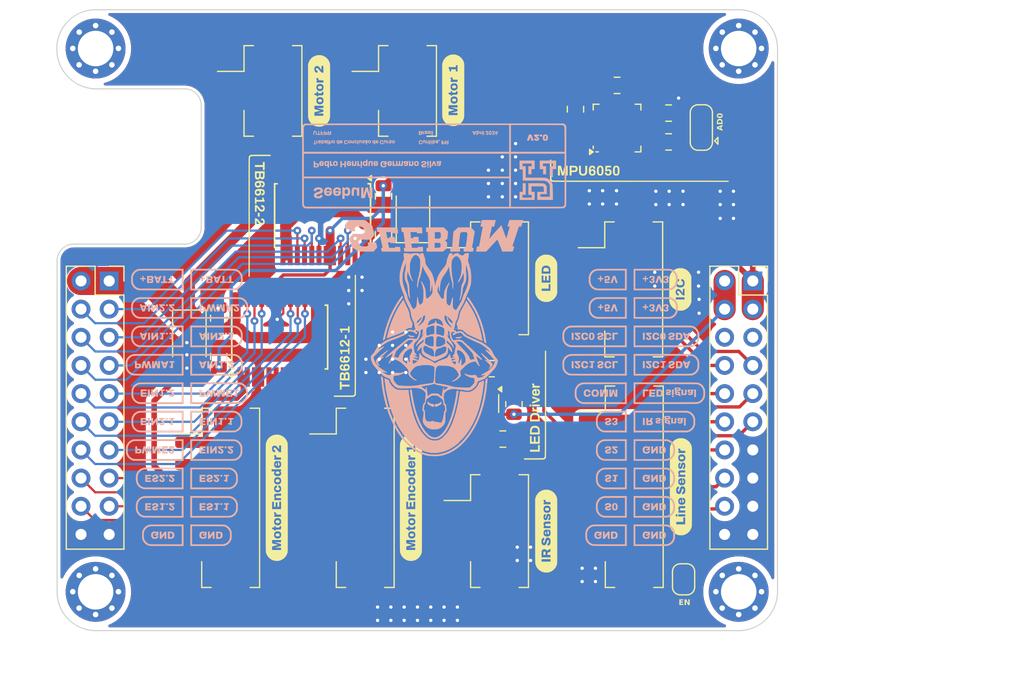
<source format=kicad_pcb>
(kicad_pcb (version 20240108) (generator "pcbnew") (generator_version "8.0")
  (layers (0 "F.Cu" signal) (31 "B.Cu" signal) (34 "B.Paste" user) (35 "F.Paste" user) (36 "B.SilkS" user "B.Silkscreen") (37 "F.SilkS" user "F.Silkscreen") (38 "B.Mask" user) (39 "F.Mask" user) (44 "Edge.Cuts" user))
  (net 0 "")
  (net 1 "+BATT")
  (net 2 "GND")
  (net 3 "Net-(U102-REGOUT)")
  (net 4 "+3V3")
  (net 5 "Net-(U102-CPOUT)")
  (net 6 "+5V")
  (net 7 "/ME2.1")
  (net 8 "/E2_Signal1")
  (net 9 "/E2_Signal2")
  (net 10 "/ME2.2")
  (net 11 "/ME1.2")
  (net 12 "/E1_Signal1")
  (net 13 "/E1_Signal2")
  (net 14 "/ME1.1")
  (net 15 "/IR_Signal")
  (net 16 "/MA1.2")
  (net 17 "/MA1.1")
  (net 18 "/MA2.2")
  (net 19 "/MA2.1")
  (net 20 "/S2")
  (net 21 "/S1")
  (net 22 "/COMM")
  (net 23 "Net-(J106-Pin_6)")
  (net 24 "/S0")
  (net 25 "/S3")
  (net 26 "/LED_OUT")
  (net 27 "/PWMA2")
  (net 28 "/EIN2.1")
  (net 29 "/PWME2")
  (net 30 "/PWME1")
  (net 31 "/PWMA1")
  (net 32 "/AIN1.1")
  (net 33 "/EIN1.2")
  (net 34 "/AIN2.2")
  (net 35 "/EIN1.1")
  (net 36 "/EIN2.2")
  (net 37 "/AIN1.2")
  (net 38 "/AIN2.1")
  (net 39 "/LED_Signal")
  (net 40 "/I2C0_SCL")
  (net 41 "/I2C1_SCL")
  (net 42 "/I2C1_SDA")
  (net 43 "/I2C0_SDA")
  (net 44 "/AD0")
  (net 45 "Net-(R102-Pad2)")
  (net 46 "Net-(R103-Pad2)")
  (net 61 "Net-(U102-VLOGIC)")
  (footprint "Connector_JST:JST_PH_B4B-PH-SM4-TB_1x04-1MP_P2.00mm_Vertical" (layer "F.Cu") (at 158.55 90.4 -90)
    (property "Reference" "J107" (hide yes))
    (property "Value" "Conn_01x04_Socket")
  )
  (footprint "LOGO" (layer "F.Cu") (at 128.1 109.2 90)
    (property "Reference" "G***" (hide yes))
    (property "Value" "LOGO" (hide yes))
  )
  (footprint "LOGO" (layer "F.Cu") (at 126.566667 83.75 -90)
    (property "Reference" "G***" (hide yes))
    (property "Value" "LOGO" (hide yes))
  )
  (footprint "Capacitor_SMD:C_0805_2012Metric" (layer "F.Cu") (at 122.875 93 90)
    (property "Reference" "C102" (hide yes))
    (property "Value" "0.1u")
  )
  (footprint "Capacitor_SMD:C_0805_2012Metric" (layer "F.Cu") (at 158.8 72 180)
    (property "Reference" "C104" (hide yes))
    (property "Value" "0.1uF")
  )
  (footprint "Capacitor_Tantalum_SMD:CP_EIA-3528-21_Kemet-B" (layer "F.Cu") (at 140.391667 83.7275 90)
    (property "Reference" "C108" (hide yes))
    (property "Value" "10u")
  )
  (footprint "Jumper:SolderJumper-2_P1.3mm_Bridged_RoundedPad1.0x1.5mm" (layer "F.Cu") (at 164.8 116.55 90)
    (property "Reference" "JP102" (hide yes))
    (property "Value" "SolderJumper_2_Bridged")
  )
  (footprint "Connector_PinSocket_2.54mm:PinSocket_2x10_P2.54mm_Vertical" (layer "F.Cu") (at 112.995 89.64)
    (property "Reference" "J109" (hide yes))
    (property "Value" "Conn_02x10_Odd_Even")
  )
  (footprint "Package_TO_SOT_SMD:SOT-23-5" (layer "F.Cu") (at 146.5625 100.7 -90)
    (property "Reference" "U104" (hide yes))
    (property "Value" "74LVC1G126")
  )
  (footprint "Capacitor_Tantalum_SMD:CP_EIA-3528-21_Kemet-B" (layer "F.Cu") (at 120.225 94.7225 -90)
    (property "Reference" "C101" (hide yes))
    (property "Value" "10u")
  )
  (footprint "Capacitor_SMD:C_0805_2012Metric" (layer "F.Cu") (at 137.741667 85.45 -90)
    (property "Reference" "C109" (hide yes))
    (property "Value" "0.1u")
  )
  (footprint "Connector_JST:JST_PH_B2B-PH-SM4-TB_1x02-1MP_P2.00mm_Vertical" (layer "F.Cu") (at 138.15 72.5 -90)
    (property "Reference" "J104" (hide yes))
    (property "Value" "Conn_01x02_Socket")
  )
  (footprint "LOGO" (layer "F.Cu") (at 164.5 90.4006 90)
    (property "Reference" "G***" (hide yes))
    (property "Value" "LOGO" (hide yes))
  )
  (footprint "Connector_JST:JST_PH_B3B-PH-SM4-TB_1x03-1MP_P2.00mm_Vertical" (layer "F.Cu") (at 146.45 89.4 -90)
    (property "Reference" "J108" (hide yes))
    (property "Value" "Conn_01x03_Socket")
  )
  (footprint "Capacitor_SMD:C_0805_2012Metric" (layer "F.Cu") (at 155.05 74.15 90)
    (property "Reference" "C106" (hide yes))
    (property "Value" "2.2n")
  )
  (footprint "Jumper:SolderJumper-3_P1.3mm_Bridged12_RoundedPad1.0x1.5mm" (layer "F.Cu") (at 166.4 75.8 90)
    (property "Reference" "JP101" (hide yes))
    (property "Value" "SolderJumper_3_Bridged12")
  )
  (footprint "LOGO" (layer "F.Cu") (at 152.4 89.406859 90)
    (property "Reference" "G***" (hide yes))
    (property "Value" "LOGO" (hide yes))
  )
  (footprint "Connector_JST:JST_PH_B3B-PH-SM4-TB_1x03-1MP_P2.00mm_Vertical" (layer "F.Cu") (at 146.45 112.2 -90)
    (property "Reference" "J103" (hide yes))
    (property "Value" "Conn_01x03_Socket")
  )
  (footprint "Custom:M2.5M3" (layer "F.Cu") (at 169.771 117.677)
    (property "Reference" "H102" (hide yes))
    (property "Value" "MountingHole")
  )
  (footprint "LOGO" (layer "F.Cu") (at 160.8 79.7)
    (property "Reference" "G***" (hide yes))
    (property "Value" "LOGO" (hide yes))
  )
  (footprint "Package_SO:SSOP-24_5.3x8.2mm_P0.65mm" (layer "F.Cu") (at 128.375 94.7 90)
    (property "Reference" "U101" (hide yes))
    (property "Value" "TB6612FNG")
  )
  (footprint "LOGO" (layer "F.Cu") (at 164.55 108.200066 90)
    (property "Reference" "G***" (hide yes))
    (property "Value" "LOGO" (hide yes))
  )
  (footprint "Capacitor_SMD:C_0805_2012Metric" (layer "F.Cu") (at 163.45 74.5)
    (property "Reference" "C103" (hide yes))
    (property "Value" "0.1u")
  )
  (footprint "LOGO" (layer "F.Cu") (at 140.2 109.2 90)
    (property "Reference" "G***" (hide yes))
    (property "Value" "LOGO" (hide yes))
  )
  (footprint "Custom:M2.5M3" (layer "F.Cu") (at 111.771 117.677)
    (property "Reference" "H104" (hide yes))
    (property "Value" "MountingHole")
  )
  (footprint "Capacitor_SMD:C_0805_2012Metric" (layer "F.Cu") (at 137.741667 82 -90)
    (property "Reference" "C105" (hide yes))
    (property "Value" "0.1u")
  )
  (footprint "LOGO" (layer "F.Cu") (at 151.4 100.85 90)
    (property "Reference" "G***" (hide yes))
    (property "Value" "LOGO" (hide yes))
  )
  (footprint "LOGO" (layer "F.Cu") (at 134.25 94.6 90)
    (property "Reference" "G***" (hide yes))
    (property "Value" "LOGO" (hide yes))
  )
  (footprint "Package_SO:SSOP-24_5.3x8.2mm_P0.65mm" (layer "F.Cu") (at 132.241667 83.75 -90)
    (property "Reference" "U103" (hide yes))
    (property "Value" "TB6612FNG")
  )
  (footprint "Custom:M2.5M3" (layer "F.Cu") (at 169.771 68.677)
    (property "Reference" "H101" (hide yes))
    (property "Value" "MountingHole")
  )
  (footprint "LOGO" (layer "F.Cu") (at 152.4 112.204365 90)
    (property "Reference" "G***" (hide yes))
    (property "Value" "LOGO" (hide yes))
  )
  (footprint "Capacitor_SMD:C_0805_2012Metric" (layer "F.Cu") (at 163.45 77.1 180)
    (property "Reference" "C107" (hide yes))
    (property "Value" "10n")
  )
  (footprint "Connector_JST:JST_PH_B6B-PH-SM4-TB_1x06-1MP_P2.00mm_Vertical" (layer "F.Cu") (at 122.2 109.2 -90)
    (property "Reference" "J101" (hide yes))
    (property "Value" "Conn_01x06_Socket")
  )
  (footprint "Connector_JST:JST_PH_B6B-PH-SM4-TB_1x06-1MP_P2.00mm_Vertical" (layer "F.Cu") (at 134.333333 109.2 -90)
    (property "Reference" "J102" (hide yes))
    (property "Value" "Conn_01x06_Socket")
  )
  (footprint "Resistor_SMD:R_0805_2012Metric" (layer "F.Cu") (at 149.5 100.75 90)
    (property "Reference" "R103" (hide yes))
    (property "Value" "1k")
  )
  (footprint "LOGO" (layer "F.Cu") (at 131.916667 72.505712 90)
    (property "Reference" "G***" (hide yes))
    (property "Value" "LOGO" (hide yes))
  )
  (footprint "Resistor_SMD:R_0805_2012Metric" (layer "F.Cu") (at 147.5 97.55 180)
    (property "Reference" "R102" (hide yes))
    (property "Value" "330")
  )
  (footprint "Connector_JST:JST_PH_B2B-PH-SM4-TB_1x02-1MP_P2.00mm_Vertical" (layer "F.Cu") (at 126.016667 72.5 -90)
    (property "Reference" "J105" (hide yes))
    (property "Value" "Conn_01x02_Socket")
  )
  (footprint "LOGO" (layer "F.Cu") (at 144.016667 72.45 90)
    (property "Reference" "G***" (hide yes))
    (property "Value" "LOGO" (hide yes))
  )
  (footprint "Connector_PinSocket_2.54mm:PinSocket_2x10_P2.54mm_Vertical" (layer "F.Cu") (at 171.041 89.64)
    (property "Reference" "J110" (hide yes))
    (property "Value" "Conn_02x10_Odd_Even")
  )
  (footprint "Capacitor_SMD:C_0805_2012Metric" (layer "F.Cu") (at 122.875 96.45 90)
    (property "Reference" "C110" (hide yes))
    (property "Value" "0.1u")
  )
  (footprint "Capacitor_SMD:C_0805_2012Metric" (layer "F.Cu") (at 148.5 103.9)
    (property "Reference" "C112" (hide yes))
    (property "Value" "100n")
  )
  (footprint "Connector_JST:JST_PH_B7B-PH-SM4-TB_1x07-1MP_P2.00mm_Vertical" (layer "F.Cu") (at 158.6 108.2 -90)
    (property "Reference" "J106" (hide yes))
    (property "Value" "Conn_01x07_Socket")
  )
  (footprint "Custom:M2.5M3" (layer "F.Cu") (at 111.771 68.677)
    (property "Reference" "H103" (hide yes))
    (property "Value" "MountingHole")
  )
  (footprint "Sensor_Motion:InvenSense_QFN-24_4x4mm_P0.5mm" (layer "F.Cu") (at 158.8 75.85 90)
    (property "Reference" "U102" (hide yes))
    (property "Value" "MPU-6050")
  )
  (footprint "LOGO" (layer "B.Cu") (at 120 101.05)
    (property "Reference" "G***" (hide yes))
    (property "Value" "LOGO" (hide yes))
  )
  (footprint "LOGO" (layer "B.Cu") (at 142.3 90.45)
    (property "Reference" "G***" (hide yes))
    (property "Value" "LOGO" (hide yes))
  )
  (footprint "LOGO" (layer "B.Cu") (at 160.3 101.05)
    (property "Reference" "G***" (hide yes))
    (property "Value" "LOGO" (hide yes))
  )
  (gr_arc (start 169.771 65.177) (mid 172.245874 66.202126) (end 173.271 68.677) (stroke (width 0.1)) (layer "Edge.Cuts"))
  (gr_line (start 111.771 121.177) (end 169.771 121.177) (stroke (width 0.1)) (layer "Edge.Cuts"))
  (gr_line (start 121.3 84.815) (end 121.3 73.815) (stroke (width 0.1)) (layer "Edge.Cuts"))
  (gr_arc (start 173.271 117.677) (mid 172.245874 120.151874) (end 169.771 121.177) (stroke (width 0.1)) (layer "Edge.Cuts"))
  (gr_line (start 119.8 86.315) (end 109.8 86.315) (stroke (width 0.1)) (layer "Edge.Cuts"))
  (gr_line (start 111.771 65.177) (end 169.771 65.177) (stroke (width 0.1)) (layer "Edge.Cuts"))
  (gr_line (start 108.3 117.677) (end 108.3 87.815) (stroke (width 0.1)) (layer "Edge.Cuts"))
  (gr_arc (start 111.771 121.177) (mid 109.310626 120.145868) (end 108.3 117.677) (stroke (width 0.1)) (layer "Edge.Cuts"))
  (gr_arc (start 121.3 84.815) (mid 120.86066 85.87566) (end 119.8 86.315) (stroke (width 0.1)) (layer "Edge.Cuts"))
  (gr_arc (start 111.8 72.315) (mid 109.282046 71.22688) (end 108.271001 68.677) (stroke (width 0.1)) (layer "Edge.Cuts"))
  (gr_arc (start 108.3 87.815) (mid 108.73934 86.75434) (end 109.8 86.315) (stroke (width 0.1)) (layer "Edge.Cuts"))
  (gr_arc (start 108.271001 68.677) (mid 109.296127 66.202126) (end 111.771 65.177) (stroke (width 0.1)) (layer "Edge.Cuts"))
  (gr_arc (start 119.8 72.315) (mid 120.86066 72.75434) (end 121.3 73.815) (stroke (width 0.1)) (layer "Edge.Cuts"))
  (gr_line (start 119.8 72.315) (end 111.8 72.315) (stroke (width 0.1)) (layer "Edge.Cuts"))
  (gr_line (start 173.271 68.677) (end 173.271 117.677) (stroke (width 0.1)) (layer "Edge.Cuts"))
  (gr_text "AD0" (at 168.4 76.1 90) (layer "F.SilkS") (effects (font (size 0.5 0.5) (thickness 0.125) (bold yes)) (justify left bottom)))
  (gr_text "EN" (at 164.35 118.95 0) (layer "F.SilkS") (effects (font (size 0.5 0.5) (thickness 0.125) (bold yes)) (justify left bottom)))
  (segment (start 120.225 93.185) (end 120.99 93.95) (width 1) (layer "F.Cu") (net 1))
  (segment (start 137.516667 84.5) (end 136.266667 85.75) (width 1) (layer "F.Cu") (net 1))
  (segment (start 140.391667 85.265) (end 139.626667 84.5) (width 1) (layer "F.Cu") (net 1))
  (segment (start 120.99 93.95) (end 122.875 93.95) (width 1) (layer "F.Cu") (net 1))
  (segment (start 123.6 93.95) (end 124.35 93.2) (width 1) (layer "F.Cu") (net 1))
  (segment (start 135.966667 84.5) (end 137.741667 84.5) (width 1) (layer "F.Cu") (net 1))
  (segment (start 130.35 94.75) (end 131.7 93.4) (width 1) (layer "F.Cu") (net 1))
  (segment (start 143.815 85.265) (end 145.95 87.4) (width 1) (layer "F.Cu") (net 1))
  (segment (start 140.391667 85.265) (end 143.815 85.265) (width 1) (layer "F.Cu") (net 1))
  (segment (start 131.7 93.4) (end 131.7 91.15) (width 1) (layer "F.Cu") (net 1))
  (segment (start 139.626667 84.5) (end 137.741667 84.5) (width 1) (layer "F.Cu") (net 1))
  (segment (start 137.741667 84.5) (end 137.516667 84.5) (width 1) (layer "F.Cu") (net 1))
  (segment (start 128.916667 84.665075) (end 130.181742 83.4) (width 1) (layer "F.Cu") (net 1))
  (segment (start 120.225 93.185) (end 120.225 89.775) (width 1) (layer "F.Cu") (net 1))
  (segment (start 116.68 89.64) (end 120.225 93.185) (width 2.54) (layer "F.Cu") (net 1))
  (segment (start 133.9 94.75) (end 140.391667 88.258333) (width 1) (layer "F.Cu") (net 1))
  (segment (start 130.181742 83.4) (end 134.866667 83.4) (width 1) (layer "F.Cu") (net 1))
  (segment (start 128.966667 87.3) (end 128.966667 85.75) (width 1) (layer "F.Cu") (net 1))
  (segment (start 112.995 89.64) (end 116.68 89.64) (width 2.54) (layer "F.Cu") (net 1))
  (segment (start 128.966667 85.75) (end 128.916667 85.7) (width 1) (layer "F.Cu") (net 1))
  (segment (start 130.35 94.75) (end 133.9 94.75) (width 1) (layer "F.Cu") (net 1))
  (segment (start 122.875 93.95) (end 124.75 93.95) (width 1) (layer "F.Cu") (net 1))
  (segment (start 136.266667 85.75) (end 136.266667 87.35) (width 1) (layer "F.Cu") (net 1))
  (segment (start 128.916667 85.7) (end 128.916667 84.665075) (width 1) (layer "F.Cu") (net 1))
  (segment (start 122.875 93.95) (end 123.6 93.95) (width 1) (layer "F.Cu") (net 1))
  (segment (start 125.55 94.75) (end 130.35 94.75) (width 1) (layer "F.Cu") (net 1))
  (segment (start 120.225 89.775) (end 126.6 83.4) (width 1) (layer "F.Cu") (net 1))
  (segment (start 134.866667 83.4) (end 135.966667 84.5) (width 1) (layer "F.Cu") (net 1))
  (segment (start 124.35 93.2) (end 124.35 91.15) (width 1) (layer "F.Cu") (net 1))
  (segment (start 124.75 93.95) (end 125.55 94.75) (width 1) (layer "F.Cu") (net 1))
  (segment (start 126.6 83.4) (end 130.181742 83.4) (width 1) (layer "F.Cu") (net 1))
  (segment (start 140.391667 88.258333) (end 140.391667 85.265) (width 1) (layer "F.Cu") (net 1))
  (segment (start 110.455 89.64) (end 112.995 89.64) (width 2.54) (layer "F.Cu") (net 1))
  (segment (start 160.75 75.1) (end 161.174999 75.1) (width 0.15) (layer "F.Cu") (net 2))
  (segment (start 157.55 77.8) (end 157.05 78.3) (width 0.2) (layer "F.Cu") (net 2))
  (segment (start 157.5 73.85) (end 157.15 73.85) (width 0.15) (layer "F.Cu") (net 2))
  (segment (start 157.05 78.3) (end 157 78.3) (width 0.2) (layer "F.Cu") (net 2))
  (segment (start 161.45 74.824999) (end 161.45 73.55) (width 0.15) (layer "F.Cu") (net 2))
  (segment (start 161.174999 75.1) (end 161.45 74.824999) (width 0.15) (layer "F.Cu") (net 2))
  (segment (start 157.55 73.9) (end 157.5 73.85) (width 0.15) (layer "F.Cu") (net 2))
  (segment (start 128.15 93.1) (end 128.7 92.55) (width 0.2) (layer "F.Cu") (net 2))
  (segment (start 131.916667 87.35) (end 131.916667 85.8) (width 0.2) (layer "F.Cu") (net 2))
  (segment (start 161.45 73.55) (end 161.25 73.35) (width 0.15) (layer "F.Cu") (net 2))
  (segment (start 157.15 73.85) (end 156.85 73.55) (width 0.15) (layer "F.Cu") (net 2))
  (segment (start 128.7 92.55) (end 128.7 91.1) (width 0.2) (layer "F.Cu") (net 2))
  (via (at 137.35 97.9) (size 0.7) (drill 0.3) (layers "F.Cu" "B.Cu") (net 2))
  (via (at 148.45 78.45) (size 0.7) (drill 0.3) (layers "F.Cu" "B.Cu") (net 2))
  (via (at 148.45 79.65) (size 0.7) (drill 0.3) (layers "F.Cu" "B.Cu") (net 2))
  (via (at 158.75 82.7) (size 0.7) (drill 0.3) (layers "F.Cu" "B.Cu") (net 2))
  (via (at 157.5 82.7) (size 0.7) (drill 0.3) (layers "F.Cu" "B.Cu") (net 2))
  (via (at 156.3 81.5) (size 0.7) (drill 0.3) (layers "F.Cu" "B.Cu") (net 2))
  (via (at 166.2 91.3) (size 0.7) (drill 0.3) (layers "F.Cu" "B.Cu") (net 2))
  (via (at 155.65 115.55) (size 0.7) (drill 0.3) (layers "F.Cu" "B.Cu") (net 2))
  (via (at 138.55 97.9) (size 0.7) (drill 0.3) (layers "F.Cu" "B.Cu") (net 2))
  (via (at 138.4 120.25) (size 0.7) (drill 0.3) (layers "F.Cu" "B.Cu") (net 2))
  (via (at 136.15 97.9) (size 0.7) (drill 0.3) (layers "F.Cu" "B.Cu") (net 2))
  (via (at 137.35 96.7) (size 0.7) (drill 0.3) (layers "F.Cu" "B.Cu") (net 2))
  (via (at 140.8 119.05) (size 0.7) (drill 0.3) (layers "F.Cu" "B.Cu") (net 2))
  (via (at 151 114.85) (size 0.7) (drill 0.3) (layers "F.Cu" "B.Cu") (net 2))
  (via (at 139.6 120.25) (size 0.7) (drill 0.3) (layers "F.Cu" "B.Cu") (net 2))
  (via (at 139.75 97.9) (size 0.7) (drill 0.3) (layers "F.Cu" "B.Cu") (net 2))
  (via (at 139.75 94.25) (size 0.7) (drill 0.3) (layers "F.Cu" "B.Cu") (net 2))
  (via (at 128.15 93.1) (size 0.7) (drill 0.3) (layers "F.Cu" "B.Cu") (net 2))
  (via (at 163.5 81.55) (size 0.7) (drill 0.3) (layers "F.Cu" "B.Cu") (net 2))
  (via (at 149.65 79.65) (size 0.7) (drill 0.3) (layers "F.Cu" "B.Cu") (net 2))
  (via (at 155.65 116.75) (size 0.7) (drill 0.3) (layers "F.Cu" "B.Cu") (net 2))
  (via (at 164.75 82.75) (size 0.7) (drill 0.3) (layers "F.Cu" "B.Cu") (net 2))
  (via (at 135.8 89.3) (size 0.7) (drill 0.3) (layers "F.Cu" "B.Cu") (net 2))
  (via (at 137.2 120.25) (size 0.7) (drill 0.3) (layers "F.Cu" "B.Cu") (net 2))
  (via (at 131.916667 85.8) (size 0.7) (drill 0.3) (layers "F.Cu" "B.Cu") (net 2))
  (via (at 166.15 88.85) (size 0.7) (drill 0.3) (layers "F.Cu" "B.Cu") (net 2))
  (via (at 137.2 119.05) (size 0.7) (drill 0.3) (layers "F.Cu" "B.Cu") (net 2))
  (via (at 166.15 90.1) (size 0.7) (drill 0.3) (layers "F.Cu" "B.Cu") (net 2))
  (via (at 120 97.5) (size 0.7) (drill 0.3) (layers "F.Cu" "B.Cu") (net 2))
  (via (at 149.65 78.45) (size 0.7) (drill 0.3) (layers "F.Cu" "B.Cu") (net 2))
  (via (at 164.75 81.55) (size 0.7) (drill 0.3) (layers "F.Cu" "B.Cu") (net 2))
  (via (at 122.8 92.1) (size 0.7) (drill 0.3) (layers "F.Cu" "B.Cu") (net 2))
  (via (at 120 95.2) (size 0.7) (drill 0.3) (layers "F.Cu" "B.Cu") (net 2))
  (via (at 138.55 95.45) (size 0.7) (drill 0.3) (layers "F.Cu" "B.Cu") (net 2))
  (via (at 137.35 95.45) (size 0.7) (drill 0.3) (layers "F.Cu" "B.Cu") (net 2))
  (via (at 144.4 119.05) (size 0.7) (drill 0.3) (layers "F.Cu" "B.Cu") (net 2))
  (via (at 149.8 113.65) (size 0.7) (drill 0.3) (layers "F.Cu" "B.Cu") (net 2))
  (via (at 149.65 77.25) (size 0.7) (drill 0.3) (layers "F.Cu" "B.Cu") (net 2))
  (via (at 168.1 82.75) (size 0.7) (drill 0.3) (layers "F.Cu" "B.Cu") (net 2))
  (via (at 139.75 96.7) (size 0.7) (drill 0.3) (layers "F.Cu" "B.Cu") (net 2))
  (via (at 139.6 119.05) (size 0.7) (drill 0.3) (layers "F.Cu" "B.Cu") (net 2))
  (via (at 149.65 80.85) (size 0.7) (drill 0.3) (layers "F.Cu" "B.Cu") (net 2))
  (via (at 143.2 119.05) (size 0.7) (drill 0.3) (layers "F.Cu" "B.Cu") (net 2))
  (via (at 134.6 89.3) (size 0.7) (drill 0.3) (layers "F.Cu" "B.Cu") (net 2))
  (via (at 156.85 116.75) (size 0.7) (drill 0.3) (layers "F.Cu" "B.Cu") (net 2))
  (via (at 148.45 80.85) (size 0.7) (drill 0.3) (layers "F.Cu" "B.Cu") (net 2))
  (via (at 148.45 82.05) (size 0.7) (drill 0.3) (layers "F.Cu" "B.Cu") (net 2))
  (via (at 138.4 119.05) (size 0.7) (drill 0.3) (layers "F.Cu" "B.Cu") (net 2))
  (via (at 162.2 90.1) (size 0.7) (drill 0.3) (layers "F.Cu" "B.Cu") (net 2))
  (via (at 149.8 114.85) (size 0.7) (drill 0.3) (layers "F.Cu" "B.Cu") (net 2))
  (via (at 169.3 82.75) (size 0.7) (drill 0.3) (layers "F.Cu" "B.Cu") (net 2))
  (via (at 147.2 80.85) (size 0.7) (drill 0.3) (layers "F.Cu" "B.Cu") (net 2))
  (via (at 147.2 82.05) (size 0.7) (drill 0.3) (layers "F.Cu" "B.Cu") (net 2))
  (via (at 149.65 82.05) (size 0.7) (drill 0.3) (layers "F.Cu" "B.Cu") (net 2))
  (via (at 163.5 82.75) (size 0.7) (drill 0.3) (layers "F.Cu" "B.Cu") (net 2))
  (via (at 166.2 92.55) (size 0.7) (drill 0.3) (layers "F.Cu" "B.Cu") (net 2))
  (via (at 138.55 96.7) (size 0.7) (drill 0.3) (layers "F.Cu" "B.Cu") (net 2))
  (via (at 142 120.25) (size 0.7) (drill 0.3) (layers "F.Cu" "B.Cu") (net 2))
  (via (at 169.3 84) (size 0.7) (drill 0.3) (layers "F.Cu" "B.Cu") (net 2))
  (via (at 168.1 84) (size 0.7) (drill 0.3) (layers "F.Cu" "B.Cu") (net 2))
  (via (at 134.6 91.7) (size 0.7) (drill 0.3) (layers "F.Cu" "B.Cu") (net 2))
  (via (at 157.5 81.5) (size 0.7) (drill 0.3) (layers "F.Cu" "B.Cu") (net 2))
  (via (at 135.8 90.5) (size 0.7) (drill 0.3) (layers "F.Cu" "B.Cu") (net 2))
  (via (at 144.4 120.25) (size 0.7) (drill 0.3) (layers "F.Cu" "B.Cu") (net 2))
  (via (at 156.3 82.7) (size 0.7) (drill 0.3) (layers "F.Cu" "B.Cu") (net 2))
  (via (at 143.2 120.25) (size 0.7) (drill 0.3) (layers "F.Cu" "B.Cu") (net 2))
  (via (at 169.3 81.55) (size 0.7) (drill 0.3) (layers "F.Cu" "B.Cu") (net 2))
  (via (at 168.1 81.55) (size 0.7) (drill 0.3) (layers "F.Cu" "B.Cu") (net 2))
  (via (at 156.85 115.55) (size 0.7) (drill 0.3) (layers "F.Cu" "B.Cu") (net 2))
  (via (at 158.75 81.5) (size 0.7) (drill 0.3) (layers "F.Cu" "B.Cu") (net 2))
  (via (at 142 119.05) (size 0.7) (drill 0.3) (layers "F.Cu" "B.Cu") (net 2))
  (via (at 138.55 94.25) (size 0.7) (drill 0.3) (layers "F.Cu" "B.Cu") (net 2))
  (via (at 162.2 88.85) (size 0.7) (drill 0.3) (layers "F.Cu" "B.Cu") (net 2))
  (via (at 140.8 120.25) (size 0.7) (drill 0.3) (layers "F.Cu" "B.Cu") (net 2))
  (via (at 151 113.65) (size 0.7) (drill 0.3) (layers "F.Cu" "B.Cu") (net 2))
  (via (at 147.2 79.65) (size 0.7) (drill 0.3) (layers "F.Cu" "B.Cu") (net 2))
  (via (at 164.35 73.15) (size 0.7) (drill 0.3) (layers "F.Cu" "B.Cu") (net 2))
  (via (at 162.3 81.55) (size 0.7) (drill 0.3) (layers "F.Cu" "B.Cu") (net 2))
  (via (at 134.6 90.5) (size 0.7) (drill 0.3) (layers "F.Cu" "B.Cu") (net 2))
  (via (at 120 96.3) (size 0.7) (drill 0.3) (layers "F.Cu" "B.Cu") (net 2))
  (via (at 136.15 96.7) (size 0.7) (drill 0.3) (layers "F.Cu" "B.Cu") (net 2))
  (via (at 162.3 82.75) (size 0.7) (drill 0.3) (layers "F.Cu" "B.Cu") (net 2))
  (via (at 139.75 95.45) (size 0.7) (drill 0.3) (layers "F.Cu" "B.Cu") (net 2))
  (segment (start 131.916667 85.8) (end 132.066667 85.65) (width 0.5) (layer "B.Cu") (net 2))
  (segment (start 132.066667 85.65) (end 132.066667 84.45) (width 0.5) (layer "B.Cu") (net 2))
  (segment (start 161.924999 75.6) (end 162.5 75.024999) (width 0.2) (layer "F.Cu") (net 3))
  (segment (start 160.75 75.6) (end 161.924999 75.6) (width 0.2) (layer "F.Cu") (net 3))
  (segment (start 162.5 75.024999) (end 162.5 74.5) (width 0.2) (layer "F.Cu") (net 3))
  (segment (start 142.45 110.65) (end 142 110.2) (width 0.3) (layer "F.Cu") (net 4))
  (segment (start 132.916667 88.583333) (end 132.4 89.1) (width 0.3) (layer "F.Cu") (net 4))
  (segment (start 128.7 89.1) (end 128.05 89.75) (width 0.3) (layer "F.Cu") (net 4))
  (segment (start 137.741667 81.05) (end 140.491667 78.3) (width 0.5) (layer "F.Cu") (net 4))
  (segment (start 163.65 72) (end 159.75 72) (width 0.5) (layer "F.Cu") (net 4))
  (segment (start 128.05 89.75) (end 128.05 91.1) (width 0.3) (layer "F.Cu") (net 4))
  (segment (start 142 110.2) (end 145.95 110.2) (width 0.5) (layer "F.Cu") (net 4))
  (segment (start 142.45 116.05) (end 142.45 110.65) (width 0.3) (layer "F.Cu") (net 4))
  (segment (start 132.916667 85.1) (end 132.916667 87.45) (width 0.8) (layer "F.Cu") (net 4))
  (segment (start 137.741667 81.05) (end 137.716667 81.05) (width 0.5) (layer "F.Cu") (net 4))
  (segment (start 118.85 98.65) (end 121.625 98.65) (width 0.5) (layer "F.Cu") (net 4))
  (segment (start 164.8 117.2) (end 163.65 118.35) (width 0.3) (layer "F.Cu") (net 4))
  (segment (start 171.041 89.64) (end 171.041 92.18) (width 2) (layer "F.Cu") (net 4))
  (segment (start 143.9 78.3) (end 152.55 69.65) (width 0.5) (layer "F.Cu") (net 4))
  (segment (start 165.35 72) (end 163.65 72) (width 0.5) (layer "F.Cu") (net 4))
  (segment (start 160.05 73.9) (end 160.05 72.3) (width 0.2) (layer "F.Cu") (net 4))
  (segment (start 122.95 97.325) (end 122.875 97.4) (width 0.5) (layer "F.Cu") (net 4))
  (segment (start 140.491667 78.3) (end 143.9 78.3) (width 0.5) (layer "F.Cu") (net 4))
  (segment (start 144.75 118.35) (end 142.45 116.05) (width 0.3) (layer "F.Cu") (net 4))
  (segment (start 166.2 74.5) (end 166.2 72.85) (width 0.5) (layer "F.Cu") (net 4))
  (segment (start 168.801 87.4) (end 171.041 89.64) (width 0.5) (layer "F.Cu") (net 4))
  (segment (start 121.625 98.65) (end 122.925 97.35) (width 0.5) (layer "F.Cu") (net 4))
  (segment (start 158.05 87.4) (end 168.801 87.4) (width 0.5) (layer "F.Cu") (net 4))
  (segment (start 152.55 69.65) (end 161.3 69.65) (width 0.5) (layer "F.Cu") (net 4))
  (segment (start 138.95 108.2) (end 140.95 110.2) (width 0.5) (layer "F.Cu") (net 4))
  (segment (start 160.05 72.3) (end 159.75 72) (width 0.2) (layer "F.Cu") (net 4))
  (segment (start 122.925 97.35) (end 122.95 97.35) (width 0.5) (layer "F.Cu") (net 4))
  (segment (start 132.916667 87.45) (end 132.916667 88.583333) (width 0.3) (layer "F.Cu") (net 4))
  (segment (start 118.95 108.2) (end 117.05 106.3) (width 0.5) (layer "F.Cu") (net 4))
  (segment (start 171.041 76.941) (end 168.6 74.5) (width 0.5) (layer "F.Cu") (net 4))
  (segment (start 117.05 106.3) (end 117.05 100.45) (width 0.5) (layer "F.Cu") (net 4))
  (segment (start 137.716667 81.05) (end 137.716667 81.075) (width 0.5) (layer "F.Cu") (net 4))
  (segment (start 117.05 100.45) (end 118.85 98.65) (width 0.5) (layer "F.Cu") (net 4))
  (segment (start 163.65 118.35) (end 144.75 118.35) (width 0.3) (layer "F.Cu") (net 4))
  (segment (start 122.95 97.35) (end 122.95 97.325) (width 0.5) (layer "F.Cu") (net 4))
  (segment (start 137.716667 81.075) (end 137.741667 81.05) (width 0.5) (layer "F.Cu") (net 4))
  (segment (start 166.2 72.85) (end 165.35 72) (width 0.5) (layer "F.Cu") (net 4))
  (segment (start 121.7 108.2) (end 133.833333 108.2) (width 0.5) (layer "F.Cu") (net 4))
  (segment (start 161.3 69.65) (end 163.65 72) (width 0.5) (layer "F.Cu") (net 4))
  (segment (start 168.6 74.5) (end 166.2 74.5) (width 0.5) (layer "F.Cu") (net 4))
  (segment (start 132.4 89.1) (end 128.7 89.1) (width 0.3) (layer "F.Cu") (net 4))
  (segment (start 140.95 110.2) (end 142 110.2) (width 0.5) (layer "F.Cu") (net 4))
  (segment (start 133.833333 108.2) (end 138.95 108.2) (width 0.5) (layer "F.Cu") (net 4))
  (segment (start 171.041 89.64) (end 171.041 76.941) (width 0.5) (layer "F.Cu") (net 4))
  (segment (start 121.7 108.2) (end 118.95 108.2) (width 0.5) (layer "F.Cu") (net 4))
  (via (at 137.716667 81.05) (size 0.7) (drill 0.3) (layers "F.Cu" "B.Cu") (net 4))
  (via (at 132.916667 85.1) (size 0.7) (drill 0.3) (layers "F.Cu" "B.Cu") (net 4))
  (via (at 122.9 97.4) (size 0.7) (drill 0.3) (layers "F.Cu" "B.Cu") (net 4))
  (segment (start 137.716667 82.95) (end 136.666667 84) (width 0.3) (layer "B.Cu") (net 4))
  (segment (start 136.666667 84) (end 134.016667 84) (width 0.3) (layer "B.Cu") (net 4))
  (segment (start 137.716667 84.4) (end 137.716667 81.05) (width 0.3) (layer "B.Cu") (net 4))
  (segment (start 124 94.6) (end 122.9 95.7) (width 0.3) (layer "B.Cu") (net 4))
  (segment (start 125.4 88.7) (end 124 90.1) (width 0.3) (layer "B.Cu") (net 4))
  (segment (start 137.716667 81.05) (end 137.716667 82.95) (width 0.3) (layer "B.Cu") (net 4))
  (segment (start 122.9 95.7) (end 122.9 97.4) (width 0.3) (layer "B.Cu") (net 4))
  (segment (start 133.908334 88.208334) (end 137.716667 84.4) (width 0.3) (layer "B.Cu") (net 4))
  (segment (start 124 90.1) (end 124 94.6) (width 0.3) (layer "B.Cu") (net 4))
  (segment (start 134.016667 84) (end 132.916667 85.1) (width 0.3) (layer "B.Cu") (net 4))
  (segment (start 133.766667 88.35) (end 133.908334 88.208334) (width 0.3) (layer "B.Cu") (net 4))
  (segment (start 133.908334 88.208334) (end 133.416668 88.7) (width 0.3) (layer "B.Cu") (net 4))
  (segment (start 133.416668 88.7) (end 125.4 88.7) (width 0.3) (layer "B.Cu") (net 4))
  (segment (start 156.85 75.1) (end 155.05 75.1) (width 0.2) (layer "F.Cu") (net 5))
  (segment (start 147.55 103.9) (end 147.55 101.875) (width 0.3) (layer "F.Cu") (net 6))
  (segment (start 149.5 101.6625) (end 147.6875 101.6625) (width 0.3) (layer "F.Cu") (net 6))
  (segment (start 168.501 89.64) (end 168.501 92.18) (width 2) (layer "F.Cu") (net 6))
  (segment (start 147.55 101.875) (end 147.5125 101.8375) (width 0.3) (layer "F.Cu") (net 6))
  (segment (start 147.6875 101.6625) (end 147.5125 101.8375) (width 0.3) (layer "F.Cu") (net 6))
  (via (at 149.5 101.6625) (size 0.7) (drill 0.3) (layers "F.Cu" "B.Cu") (net 6))
  (segment (start 149.5 101.6625) (end 159.0185 101.6625) (width 0.3) (layer "B.Cu") (net 6))
  (segment (start 159.0185 101.6625) (end 168.501 92.18) (width 0.3) (layer "B.Cu") (net 6))
  (segment (start 124.5 100.2) (end 125.1 99.6) (width 0.5) (layer "F.Cu") (net 7))
  (segment (start 125.1 99.6) (end 125.1 98.3) (width 0.5) (layer "F.Cu") (net 7))
  (segment (start 121.7 101.05) (end 122.55 100.2) (width 0.5) (layer "F.Cu") (net 7))
  (segment (start 122.55 100.2) (end 124.5 100.2) (width 0.5) (layer "F.Cu") (net 7))
  (segment (start 121.7 104.2) (end 121.7 101.05) (width 0.5) (layer "F.Cu") (net 7))
  (segment (start 121.7 112.2) (end 119.35 112.2) (width 0.2) (layer "F.Cu") (net 8))
  (segment (start 119.35 112.2) (end 114.57 107.42) (width 0.2) (layer "F.Cu") (net 8))
  (segment (start 114.57 107.42) (end 112.995 107.42) (width 0.2) (layer "F.Cu") (net 8))
  (segment (start 121.7 114.2) (end 119.65 114.2) (width 0.2) (layer "F.Cu") (net 9))
  (segment (start 118.3 111.9) (end 115.1 108.7) (width 0.2) (layer "F.Cu") (net 9))
  (segment (start 115.1 108.7) (end 111.735 108.7) (width 0.2) (layer "F.Cu") (net 9))
  (segment (start 118.3 112.85) (end 118.3 111.9) (width 0.2) (layer "F.Cu") (net 9))
  (segment (start 111.735 108.7) (end 110.455 107.42) (width 0.2) (layer "F.Cu") (net 9))
  (segment (start 119.65 114.2) (end 118.3 112.85) (width 0.2) (layer "F.Cu") (net 9))
  (segment (start 127.7 102.95) (end 127.7 98.25) (width 0.5) (layer "F.Cu") (net 10))
  (segment (start 124.45 106.2) (end 127.7 102.95) (width 0.5) (layer "F.Cu") (net 10))
  (segment (start 121.7 106.2) (end 124.45 106.2) (width 0.5) (layer "F.Cu") (net 10))
  (segment (start 131.083333 106.2) (end 129.05 104.166667) (width 0.5) (layer "F.Cu") (net 11))
  (segment (start 129.05 104.166667) (end 129.05 98.3) (width 0.5) (layer "F.Cu") (net 11))
  (segment (start 133.833333 106.2) (end 131.083333 106.2) (width 0.5) (layer "F.Cu") (net 11))
  (segment (start 119.15 118.6) (end 117.85 117.3) (width 0.2) (layer "F.Cu") (net 12))
  (segment (start 133.833333 112.2) (end 130.5 112.2) (width 0.2) (layer "F.Cu") (net 12))
  (segment (start 129.2 116.95) (end 127.55 118.6) (width 0.2) (layer "F.Cu") (net 12))
  (segment (start 130.5 112.2) (end 129.2 113.5) (width 0.2) (layer "F.Cu") (net 12))
  (segment (start 129.2 113.5) (end 129.2 116.95) (width 0.2) (layer "F.Cu") (net 12))
  (segment (start 117.85 117.3) (end 117.85 112.2) (width 0.2) (layer "F.Cu") (net 12))
  (segment (start 127.55 118.6) (end 119.15 118.6) (width 0.2) (layer "F.Cu") (net 12))
  (segment (start 115.61 109.96) (end 112.995 109.96) (width 0.2) (layer "F.Cu") (net 12))
  (segment (start 117.85 112.2) (end 115.61 109.96) (width 0.2) (layer "F.Cu") (net 12))
  (segment (start 130.7 114.2) (end 129.7 115.2) (width 0.2) (layer "F.Cu") (net 13))
  (segment (start 129.7 115.2) (end 129.7 117.15) (width 0.2) (layer "F.Cu") (net 13))
  (segment (start 133.833333 114.2) (end 130.7 114.2) (width 0.2) (layer "F.Cu") (net 13))
  (segment (start 116.15 111.2) (end 111.695 111.2) (width 0.2) (layer "F.Cu") (net 13))
  (segment (start 117.35 112.4) (end 116.15 111.2) (width 0.2) (layer "F.Cu") (net 13))
  (segment (start 127.75 119.1) (end 118.95 119.1) (width 0.2) (layer "F.Cu") (net 13))
  (segment (start 118.95 119.1) (end 117.35 117.5) (width 0.2) (layer "F.Cu") (net 13))
  (segment (start 129.7 117.15) (end 127.75 119.1) (width 0.2) (layer "F.Cu") (net 13))
  (segment (start 117.35 117.5) (end 117.35 112.4) (width 0.2) (layer "F.Cu") (net 13))
  (segment (start 111.695 111.2) (end 110.455 109.96) (width 0.2) (layer "F.Cu") (net 13))
  (segment (start 133.833333 104.2) (end 131.65 102.016667) (width 0.5) (layer "F.Cu") (net 14))
  (segment (start 131.65 102.016667) (end 131.65 98.3) (width 0.5) (layer "F.Cu") (net 14))
  (segment (start 165.95 103.6) (end 169.781 103.6) (width 0.3) (layer "F.Cu") (net 15))
  (segment (start 145.95 112.2) (end 148.494544 112.2) (width 0.3) (layer "F.Cu") (net 15))
  (segment (start 155.494544 105.2) (end 164.35 105.2) (width 0.3) (layer "F.Cu") (net 15))
  (segment (start 148.494544 112.2) (end 155.494544 105.2) (width 0.3) (layer "F.Cu") (net 15))
  (segment (start 164.35 105.2) (end 165.95 103.6) (width 0.3) (layer "F.Cu") (net 15))
  (segment (start 169.781 103.6) (end 171.041 102.34) (width 0.3) (layer "F.Cu") (net 15))
  (segment (start 132.866667 73.533333) (end 132.866667 80.15) (width 1) (layer "F.Cu") (net 16))
  (segment (start 137.65 71.5) (end 134.9 71.5) (width 1) (layer "F.Cu") (net 16))
  (segment (start 134.9 71.5) (end 132.866667 73.533333) (width 1) (layer "F.Cu") (net 16))
  (segment (start 137.65 73.5) (end 135.466667 75.683333) (width 1) (layer "F.Cu") (net 17))
  (segment (start 135.466667 75.683333) (end 135.466667 80.15) (width 1) (layer "F.Cu") (net 17))
  (segment (start 125.516667 71.5) (end 129.666667 71.5) (width 1) (layer "F.Cu") (net 18))
  (segment (start 129.666667 71.5) (end 131.566667 73.4) (width 1) (layer "F.Cu") (net 18))
  (segment (start 131.566667 73.4) (end 131.566667 80.15) (width 1) (layer "F.Cu") (net 18))
  (segment (start 128.116667 77.9) (end 128.966667 78.75) (width 1) (layer "F.Cu") (net 19))
  (segment (start 124.816667 74.2) (end 124.816667 76.6) (width 1) (layer "F.Cu") (net 19))
  (segment (start 124.816667 76.6) (end 126.116667 77.9) (width 1) (layer "F.Cu") (net 19))
  (segment (start 128.966667 78.75) (end 128.966667 80.15) (width 1) (layer "F.Cu") (net 19))
  (segment (start 126.116667 77.9) (end 128.116667 77.9) (width 1) (layer "F.Cu") (net 19))
  (segment (start 125.516667 73.5) (end 124.816667 74.2) (width 1) (layer "F.Cu") (net 19))
  (segment (start 165.6355 104.88) (end 168.501 104.88) (width 0.3) (layer "F.Cu") (net 20))
  (segment (start 158.1 106.2) (end 164.3155 106.2) (width 0.3) (layer "F.Cu") (net 20))
  (segment (start 164.3155 106.2) (end 165.6355 104.88) (width 0.3) (layer "F.Cu") (net 20))
  (segment (start 167.721 108.2) (end 168.501 107.42) (width 0.3) (layer "F.Cu") (net 21))
  (segment (start 158.1 108.2) (end 167.721 108.2) (width 0.3) (layer "F.Cu") (net 21))
  (segment (start 158.1 102.2) (end 164.45 102.2) (width 0.3) (layer "F.Cu") (net 22))
  (segment (start 166.85 99.8) (end 168.501 99.8) (width 0.3) (layer "F.Cu") (net 22))
  (segment (start 164.45 102.2) (end 166.85 99.8) (width 0.3) (layer "F.Cu") (net 22))
  (segment (start 164.8 113.8) (end 164.8 115.9) (width 0.3) (layer "F.Cu") (net 23))
  (segment (start 163.2 112.2) (end 164.8 113.8) (width 0.3) (layer "F.Cu") (net 23))
  (segment (start 158.1 112.2) (end 163.2 112.2) (width 0.3) (layer "F.Cu") (net 23))
  (segment (start 158.1 110.2) (end 168.261 110.2) (width 0.3) (layer "F.Cu") (net 24))
  (segment (start 168.261 110.2) (end 168.501 109.96) (width 0.3) (layer "F.Cu") (net 24))
  (segment (start 166.21 102.34) (end 168.501 102.34) (width 0.3) (layer "F.Cu") (net 25))
  (segment (start 158.1 104.2) (end 164.35 104.2) (width 0.3) (layer "F.Cu") (net 25))
  (segment (start 164.35 104.2) (end 166.21 102.34) (width 0.3) (layer "F.Cu") (net 25))
  (segment (start 141.7 90.75) (end 143.05 89.4) (width 0.3) (layer "F.Cu") (net 26))
  (segment (start 141.7 97.925) (end 141.7 90.75) (width 0.3) (layer "F.Cu") (net 26))
  (segment (start 145.6125 101.8375) (end 141.7 97.925) (width 0.3) (layer "F.Cu") (net 26))
  (segment (start 143.05 89.4) (end 145.95 89.4) (width 0.3) (layer "F.Cu") (net 26))
  (segment (start 129.966667 87.35) (end 129.966667 85.1) (width 0.2) (layer "F.Cu") (net 27))
  (via (at 129.966667 85.1) (size 0.7) (drill 0.3) (layers "F.Cu" "B.Cu") (net 27))
  (segment (start 123.6 85.1) (end 129.966667 85.1) (width 0.2) (layer "B.Cu") (net 27))
  (segment (start 112.995 92.18) (end 116.52 92.18) (width 0.2) (layer "B.Cu") (net 27))
  (segment (start 116.52 92.18) (end 123.6 85.1) (width 0.2) (layer "B.Cu") (net 27))
  (segment (start 129.35 92.6) (end 129.35 91.1) (width 0.2) (layer "F.Cu") (net 28))
  (via (at 129.35 92.6) (size 0.7) (drill 0.3) (layers "F.Cu" "B.Cu") (net 28))
  (segment (start 120.15 103.6) (end 129.35 94.4) (width 0.2) (layer "B.Cu") (net 28))
  (segment (start 129.35 94.4) (end 129.35 92.6) (width 0.2) (layer "B.Cu") (net 28))
  (segment (start 110.455 102.34) (end 111.715 103.6) (width 0.2) (layer "B.Cu") (net 28))
  (segment (start 111.715 103.6) (end 120.15 103.6) (width 0.2) (layer "B.Cu") (net 28))
  (segment (start 130.65 92.6) (end 130.65 91.1) (width 0.2) (layer "F.Cu") (net 29))
  (via (at 130.65 92.6) (size 0.7) (drill 0.3) (layers "F.Cu" "B.Cu") (net 29))
  (segment (start 130.65 94.7) (end 130.65 92.6) (width 0.2) (layer "B.Cu") (net 29))
  (segment (start 119.2 106.15) (end 130.65 94.7) (width 0.2) (layer "B.Cu") (net 29))
  (segment (start 111.725 106.15) (end 119.2 106.15) (width 0.2) (layer "B.Cu") (net 29))
  (segment (start 110.455 104.88) (end 111.725 106.15) (width 0.2) (layer "B.Cu") (net 29))
  (segment (start 125.45 92.6) (end 125.45 91.1) (width 0.2) (layer "F.Cu") (net 30))
  (via (at 125.45 92.6) (size 0.7) (drill 0.3) (layers "F.Cu" "B.Cu") (net 30))
  (segment (start 125.45 96.075) (end 125.45 92.6) (width 0.2) (layer "B.Cu") (net 30))
  (segment (start 112.995 99.8) (end 121.725 99.8) (width 0.2) (layer "B.Cu") (net 30))
  (segment (start 121.725 99.8) (end 125.45 96.075) (width 0.2) (layer "B.Cu") (net 30))
  (segment (start 135.166667 87.35) (end 135.166667 85.8) (width 0.2) (layer "F.Cu") (net 31))
  (via (at 135.166667 85.8) (size 0.7) (drill 0.3) (layers "F.Cu" "B.Cu") (net 31))
  (segment (start 133.116667 88.1) (end 135.166667 86.05) (width 0.2) (layer "B.Cu") (net 31))
  (segment (start 114.55 98.55) (end 125 88.1) (width 0.2) (layer "B.Cu") (net 31))
  (segment (start 111.745 98.55) (end 114.55 98.55) (width 0.2) (layer "B.Cu") (net 31))
  (segment (start 135.166667 86.05) (end 135.166667 85.8) (width 0.2) (layer "B.Cu") (net 31))
  (segment (start 125 88.1) (end 133.116667 88.1) (width 0.2) (layer "B.Cu") (net 31))
  (segment (start 110.455 97.26) (end 111.745 98.55) (width 0.2) (layer "B.Cu") (net 31))
  (segment (start 133.866667 87.35) (end 133.866667 85.8) (width 0.2) (layer "F.Cu") (net 32))
  (via (at 133.866667 85.8) (size 0.7) (drill 0.3) (layers "F.Cu" "B.Cu") (net 32))
  (segment (start 110.455 94.72) (end 111.735 96) (width 0.2) (layer "B.Cu") (net 32))
  (segment (start 111.735 96) (end 115.4 96) (width 0.2) (layer "B.Cu") (net 32))
  (segment (start 124.4 87) (end 132.666667 87) (width 0.2) (layer "B.Cu") (net 32))
  (segment (start 115.4 96) (end 124.4 87) (width 0.2) (layer "B.Cu") (net 32))
  (segment (start 132.666667 87) (end 133.866667 85.8) (width 0.2) (layer "B.Cu") (net 32))
  (segment (start 126.1 93.25) (end 126.1 91.1) (width 0.2) (layer "F.Cu") (net 33))
  (via (at 126.1 93.25) (size 0.7) (drill 0.3) (layers "F.Cu" "B.Cu") (net 33))
  (segment (start 121.2 101.05) (end 126.1 96.15) (width 0.2) (layer "B.Cu") (net 33))
  (segment (start 110.455 99.8) (end 111.705 101.05) (width 0.2) (layer "B.Cu") (net 33))
  (segment (start 126.1 96.15) (end 126.1 93.25) (width 0.2) (layer "B.Cu") (net 33))
  (segment (start 111.705 101.05) (end 121.2 101.05) (width 0.2) (layer "B.Cu") (net 33))
  (segment (start 130.616667 87.35) (end 130.616667 85.8) (width 0.2) (layer "F.Cu") (net 34))
  (via (at 130.616667 85.8) (size 0.7) (drill 0.3) (layers "F.Cu" "B.Cu") (net 34))
  (segment (start 116.15 93.45) (end 123.8 85.8) (width 0.2) (layer "B.Cu") (net 34))
  (segment (start 123.8 85.8) (end 130.616667 85.8) (width 0.2) (layer "B.Cu") (net 34))
  (segment (start 110.455 92.18) (end 111.725 93.45) (width 0.2) (layer "B.Cu") (net 34))
  (segment (start 111.725 93.45) (end 116.15 93.45) (width 0.2) (layer "B.Cu") (net 34))
  (segment (start 126.75 92.6) (end 126.75 91.1) (width 0.2) (layer "F.Cu") (net 35))
  (via (at 126.75 92.6) (size 0.7) (drill 0.3) (layers "F.Cu" "B.Cu") (net 35))
  (segment (start 120.66 102.34) (end 126.75 96.25) (width 0.2) (layer "B.Cu") (net 35))
  (segment (start 112.995 102.34) (end 120.66 102.34) (width 0.2) (layer "B.Cu") (net 35))
  (segment (start 126.75 96.25) (end 126.75 92.6) (width 0.2) (layer "B.Cu") (net 35))
  (segment (start 130 93.25) (end 130 91.1) (width 0.2) (layer "F.Cu") (net 36))
  (via (at 130 93.25) (size 0.7) (drill 0.3) (layers "F.Cu" "B.Cu") (net 36))
  (segment (start 112.995 104.88) (end 119.62 104.88) (width 0.2) (layer "B.Cu") (net 36))
  (segment (start 130 94.5) (end 130 93.25) (width 0.2) (layer "B.Cu") (net 36))
  (segment (start 119.62 104.88) (end 130 94.5) (width 0.2) (layer "B.Cu") (net 36))
  (segment (start 134.516667 87.35) (end 134.516667 85.1) (width 0.2) (layer "F.Cu") (net 37))
  (via (at 134.516667 85.1) (size 0.7) (drill 0.3) (layers "F.Cu" "B.Cu") (net 37))
  (segment (start 112.995 97.26) (end 114.94 97.26) (width 0.2) (layer "B.Cu") (net 37))
  (segment (start 124.7 87.5) (end 133.085906 87.5) (width 0.2) (layer "B.Cu") (net 37))
  (segment (start 134.516667 86.069239) (end 134.516667 85.1) (width 0.2) (layer "B.Cu") (net 37))
  (segment (start 114.94 97.26) (end 124.7 87.5) (width 0.2) (layer "B.Cu") (net 37))
  (segment (start 133.085906 87.5) (end 134.516667 86.069239) (width 0.2) (layer "B.Cu") (net 37))
  (segment (start 131.266667 84.864344) (end 131.260601 84.858278) (width 0.2) (layer "F.Cu") (net 38))
  (segment (start 131.266667 87.35) (end 131.266667 85.1) (width 0.2) (layer "F.Cu") (net 38))
  (via (at 131.266667 85.1) (size 0.7) (drill 0.3) (layers "F.Cu" "B.Cu") (net 38))
  (segment (start 112.995 94.72) (end 115.78 94.72) (width 0.2) (layer "B.Cu") (net 38))
  (segment (start 124.05 86.45) (end 130.885906 86.45) (width 0.2) (layer "B.Cu") (net 38))
  (segment (start 131.266667 86.069239) (end 131.266667 85.1) (width 0.2) (layer "B.Cu") (net 38))
  (segment (start 115.78 94.72) (end 124.05 86.45) (width 0.2) (layer "B.Cu") (net 38))
  (segment (start 130.885906 86.45) (end 131.266667 86.069239) (width 0.2) (layer "B.Cu") (net 38))
  (segment (start 150.95 97.55) (end 152.2 98.8) (width 0.3) (layer "F.Cu") (net 39))
  (segment (start 148.4625 97.55) (end 150.95 97.55) (width 0.3) (layer "F.Cu") (net 39))
  (segment (start 152.2 101.35) (end 154.05 103.2) (width 0.3) (layer "F.Cu") (net 39))
  (segment (start 152.2 98.8) (end 152.2 101.35) (width 0.3) (layer "F.Cu") (net 39))
  (segment (start 166.65 101) (end 169.841 101) (width 0.3) (layer "F.Cu") (net 39))
  (segment (start 154.05 103.2) (end 164.45 103.2) (width 0.3) (layer "F.Cu") (net 39))
  (segment (start 169.841 101) (end 171.041 99.8) (width 0.3) (layer "F.Cu") (net 39))
  (segment (start 164.45 103.2) (end 166.65 101) (width 0.3) (layer "F.Cu") (net 39))
  (segment (start 156.85 76.6) (end 156.39259 76.6) (width 0.2) (layer "F.Cu") (net 41))
  (segment (start 162.95 93.4) (end 158.05 93.4) (width 0.3) (layer "F.Cu") (net 41))
  (segment (start 155.3 93.4) (end 158.05 93.4) (width 0.2) (layer "F.Cu") (net 41))
  (segment (start 153.4 91.5) (end 155.3 93.4) (width 0.2) (layer "F.Cu") (net 41))
  (segment (start 168.501 97.26) (end 166.81 97.26) (width 0.3) (layer "F.Cu") (net 41))
  (segment (start 156.39259 76.6) (end 153.4 79.59259) (width 0.2) (layer "F.Cu") (net 41))
  (segment (start 153.4 79.59259) (end 153.4 91.5) (width 0.2) (layer "F.Cu") (net 41))
  (segment (start 166.81 97.26) (end 162.95 93.4) (width 0.3) (layer "F.Cu") (net 41))
  (segment (start 166.55 96) (end 161.95 91.4) (width 0.3) (layer "F.Cu") (net 42))
  (segment (start 154.025 79.925) (end 154.025 90.125) (width 0.2) (layer "F.Cu") (net 42))
  (segment (start 154.025 90.125) (end 155.3 91.4) (width 0.2) (layer "F.Cu") (net 42))
  (segment (start 171.041 97.26) (end 169.781 96) (width 0.3) (layer "F.Cu") (net 42))
  (segment (start 155.3 91.4) (end 158.05 91.4) (width 0.2) (layer "F.Cu") (net 42))
  (segment (start 169.781 96) (end 166.55 96) (width 0.3) (layer "F.Cu") (net 42))
  (segment (start 161.95 91.4) (end 158.05 91.4) (width 0.3) (layer "F.Cu") (net 42))
  (segment (start 156.85 77.1) (end 154.025 79.925) (width 0.2) (layer "F.Cu") (net 42))
  (segment (start 161.990685 76.1) (end 162.290685 75.8) (width 0.2) (layer "F.Cu") (net 44))
  (segment (start 160.75 76.1) (end 161.990685 76.1) (width 0.2) (layer "F.Cu") (net 44))
  (segment (start 162.290685 75.8) (end 166.2 75.8) (width 0.2) (layer "F.Cu") (net 44))
  (segment (start 146.5875 99.5375) (end 146.5625 99.5625) (width 0.3) (layer "F.Cu") (net 45))
  (segment (start 146.5875 97.55) (end 146.5875 99.5375) (width 0.3) (layer "F.Cu") (net 45))
  (segment (start 147.7875 99.8375) (end 147.5125 99.5625) (width 0.3) (layer "F.Cu") (net 46))
  (segment (start 149.5 99.8375) (end 147.7875 99.8375) (width 0.3) (layer "F.Cu") (net 46))
  (segment (start 160.75 76.6) (end 162 76.6) (width 0.2) (layer "F.Cu") (net 61))
  (segment (start 162 76.6) (end 162.5 77.1) (width 0.2) (layer "F.Cu") (net 61))
  (zone (net 4) (net_name "+3V3") (layer "F.Cu") (priority 1) (connect_pads yes (clearance 0.5)) (min_thickness 0.25) (fill yes (thermal_gap 0.5) (thermal_bridge_width 0.5) (island_removal_mode 1) (island_area_min 10))
    (polygon (pts (xy 132.316667 86.45) (xy 132.316667 88.25) (xy 133.466667 88.25) (xy 133.466667 86.45)))
  )
  (zone (net 4) (net_name "+3V3") (layer "F.Cu") (priority 1) (connect_pads yes (clearance 0.5)) (min_thickness 0.25) (fill yes (thermal_gap 0.5) (thermal_bridge_width 0.5) (island_removal_mode 1) (island_area_min 10))
    (polygon (pts (xy 127.15 90.2) (xy 127.15 92) (xy 128.3 92) (xy 128.3 90.2)))
  )
  (zone (net 2) (net_name "GND") (layers "F&B.Cu") (connect_pads yes (clearance 0.5)) (min_thickness 0.25) (fill yes (thermal_gap 0.5) (thermal_bridge_width 0.5))
    (polygon (pts (xy 107.8 64.8) (xy 107.7 122) (xy 173.7 122) (xy 174.3 64.3)))
  )
)
</source>
